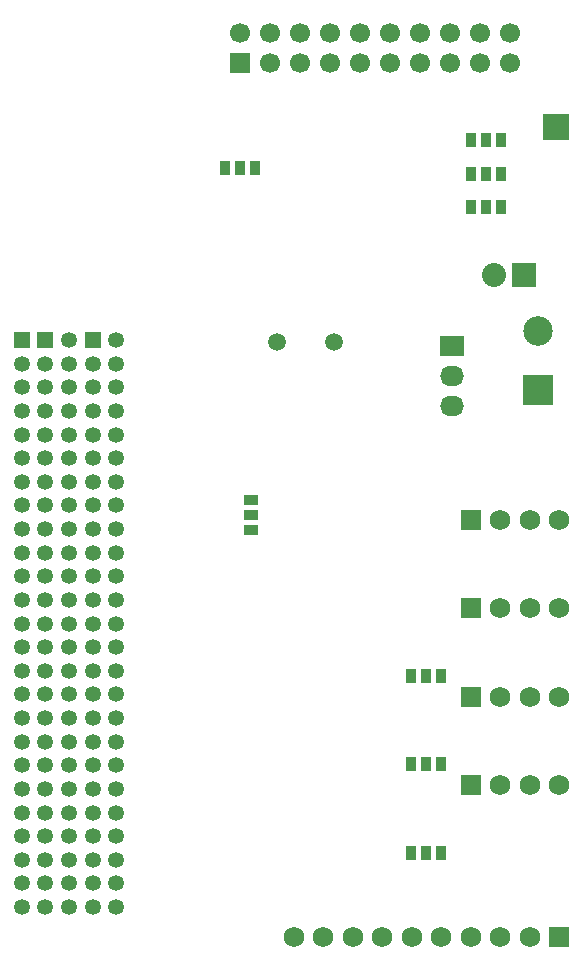
<source format=gbs>
G04 #@! TF.FileFunction,Soldermask,Bot*
%FSLAX46Y46*%
G04 Gerber Fmt 4.6, Leading zero omitted, Abs format (unit mm)*
G04 Created by KiCad (PCBNEW 4.0.4-stable) date 12/18/16 13:30:46*
%MOMM*%
%LPD*%
G01*
G04 APERTURE LIST*
%ADD10C,0.100000*%
%ADD11R,1.350000X1.350000*%
%ADD12C,1.350000*%
%ADD13R,1.270000X0.965200*%
%ADD14R,0.965200X1.270000*%
%ADD15R,2.235200X2.235200*%
%ADD16R,2.032000X2.032000*%
%ADD17O,2.032000X2.032000*%
%ADD18R,2.032000X1.727200*%
%ADD19O,2.032000X1.727200*%
%ADD20R,1.750000X1.750000*%
%ADD21C,1.750000*%
%ADD22R,2.500000X2.500000*%
%ADD23C,2.500000*%
%ADD24C,1.501140*%
%ADD25R,1.700000X1.700000*%
%ADD26C,1.700000*%
G04 APERTURE END LIST*
D10*
D11*
X134050000Y-80150000D03*
D12*
X134050000Y-82150000D03*
X134050000Y-84150000D03*
X134050000Y-86150000D03*
X134050000Y-88150000D03*
X134050000Y-90150000D03*
X134050000Y-92150000D03*
X134050000Y-94150000D03*
X134050000Y-96150000D03*
X134050000Y-98150000D03*
X134050000Y-100150000D03*
X134050000Y-102150000D03*
X134050000Y-104150000D03*
X134050000Y-106150000D03*
X134050000Y-108150000D03*
X134050000Y-110150000D03*
X134050000Y-112150000D03*
X134050000Y-114150000D03*
X134050000Y-116150000D03*
X134050000Y-118150000D03*
X134050000Y-120150000D03*
X134050000Y-122150000D03*
X134050000Y-124150000D03*
X134050000Y-126150000D03*
X134050000Y-128150000D03*
X136050000Y-80150000D03*
X136050000Y-82150000D03*
X136050000Y-84150000D03*
X136050000Y-86150000D03*
X136050000Y-88150000D03*
X136050000Y-90150000D03*
X136050000Y-92150000D03*
X136050000Y-94150000D03*
X136050000Y-96150000D03*
X136050000Y-98150000D03*
X136050000Y-100150000D03*
X136050000Y-102150000D03*
X136050000Y-104150000D03*
X136050000Y-106150000D03*
X136050000Y-108150000D03*
X136050000Y-110150000D03*
X136050000Y-112150000D03*
X136050000Y-114150000D03*
X136050000Y-116150000D03*
X136050000Y-118150000D03*
X136050000Y-120150000D03*
X136050000Y-122150000D03*
X136050000Y-124150000D03*
X136050000Y-126150000D03*
X136050000Y-128150000D03*
D13*
X147450000Y-96220000D03*
X147450000Y-94950000D03*
X147450000Y-93680000D03*
D14*
X163520000Y-116050000D03*
X162250000Y-116050000D03*
X160980000Y-116050000D03*
X163520000Y-108550000D03*
X162250000Y-108550000D03*
X160980000Y-108550000D03*
X168620000Y-63250000D03*
X167350000Y-63250000D03*
X166080000Y-63250000D03*
X168620000Y-66050000D03*
X167350000Y-66050000D03*
X166080000Y-66050000D03*
X147820000Y-65550000D03*
X146550000Y-65550000D03*
X145280000Y-65550000D03*
X168620000Y-68850000D03*
X167350000Y-68850000D03*
X166080000Y-68850000D03*
X163520000Y-123550000D03*
X162250000Y-123550000D03*
X160980000Y-123550000D03*
D11*
X128050000Y-80150000D03*
D12*
X128050000Y-82150000D03*
X128050000Y-84150000D03*
X128050000Y-86150000D03*
X128050000Y-88150000D03*
X128050000Y-90150000D03*
X128050000Y-92150000D03*
X128050000Y-94150000D03*
X128050000Y-96150000D03*
X128050000Y-98150000D03*
X128050000Y-100150000D03*
X128050000Y-102150000D03*
X128050000Y-104150000D03*
X128050000Y-106150000D03*
X128050000Y-108150000D03*
X128050000Y-110150000D03*
X128050000Y-112150000D03*
X128050000Y-114150000D03*
X128050000Y-116150000D03*
X128050000Y-118150000D03*
X128050000Y-120150000D03*
X128050000Y-122150000D03*
X128050000Y-124150000D03*
X128050000Y-126150000D03*
X128050000Y-128150000D03*
D11*
X130050000Y-80150000D03*
D12*
X130050000Y-82150000D03*
X130050000Y-84150000D03*
X130050000Y-86150000D03*
X130050000Y-88150000D03*
X130050000Y-90150000D03*
X130050000Y-92150000D03*
X130050000Y-94150000D03*
X130050000Y-96150000D03*
X130050000Y-98150000D03*
X130050000Y-100150000D03*
X130050000Y-102150000D03*
X130050000Y-104150000D03*
X130050000Y-106150000D03*
X130050000Y-108150000D03*
X130050000Y-110150000D03*
X130050000Y-112150000D03*
X130050000Y-114150000D03*
X130050000Y-116150000D03*
X130050000Y-118150000D03*
X130050000Y-120150000D03*
X130050000Y-122150000D03*
X130050000Y-124150000D03*
X130050000Y-126150000D03*
X130050000Y-128150000D03*
X132050000Y-80150000D03*
X132050000Y-82150000D03*
X132050000Y-84150000D03*
X132050000Y-86150000D03*
X132050000Y-88150000D03*
X132050000Y-90150000D03*
X132050000Y-92150000D03*
X132050000Y-94150000D03*
X132050000Y-96150000D03*
X132050000Y-98150000D03*
X132050000Y-100150000D03*
X132050000Y-102150000D03*
X132050000Y-104150000D03*
X132050000Y-106150000D03*
X132050000Y-108150000D03*
X132050000Y-110150000D03*
X132050000Y-112150000D03*
X132050000Y-114150000D03*
X132050000Y-116150000D03*
X132050000Y-118150000D03*
X132050000Y-120150000D03*
X132050000Y-122150000D03*
X132050000Y-124150000D03*
X132050000Y-126150000D03*
X132050000Y-128150000D03*
D15*
X173250000Y-62150000D03*
D16*
X170550000Y-74650000D03*
D17*
X168010000Y-74650000D03*
D18*
X164450000Y-80610000D03*
D19*
X164450000Y-83150000D03*
X164450000Y-85690000D03*
D20*
X166050000Y-117850000D03*
D21*
X168550000Y-117850000D03*
X171050000Y-117850000D03*
X173550000Y-117850000D03*
D20*
X166050000Y-110350000D03*
D21*
X168550000Y-110350000D03*
X171050000Y-110350000D03*
X173550000Y-110350000D03*
D20*
X166050000Y-95350000D03*
D21*
X168550000Y-95350000D03*
X171050000Y-95350000D03*
X173550000Y-95350000D03*
D20*
X166050000Y-102850000D03*
D21*
X168550000Y-102850000D03*
X171050000Y-102850000D03*
X173550000Y-102850000D03*
D20*
X173550000Y-130650000D03*
D21*
X171050000Y-130650000D03*
X168550000Y-130650000D03*
X166050000Y-130650000D03*
X163550000Y-130650000D03*
X161050000Y-130650000D03*
X158550000Y-130650000D03*
X156050000Y-130650000D03*
X153550000Y-130650000D03*
X151050000Y-130650000D03*
D22*
X171750000Y-84400000D03*
D23*
X171750000Y-79400000D03*
D24*
X149609060Y-80300000D03*
X154490940Y-80300000D03*
D25*
X146550000Y-56650000D03*
D26*
X146550000Y-54110000D03*
X149090000Y-56650000D03*
X149090000Y-54110000D03*
X151630000Y-56650000D03*
X151630000Y-54110000D03*
X154170000Y-56650000D03*
X154170000Y-54110000D03*
X156710000Y-56650000D03*
X156710000Y-54110000D03*
X159250000Y-56650000D03*
X159250000Y-54110000D03*
X161790000Y-56650000D03*
X161790000Y-54110000D03*
X164330000Y-56650000D03*
X164330000Y-54110000D03*
X166870000Y-56650000D03*
X166870000Y-54110000D03*
X169410000Y-56650000D03*
X169410000Y-54110000D03*
M02*

</source>
